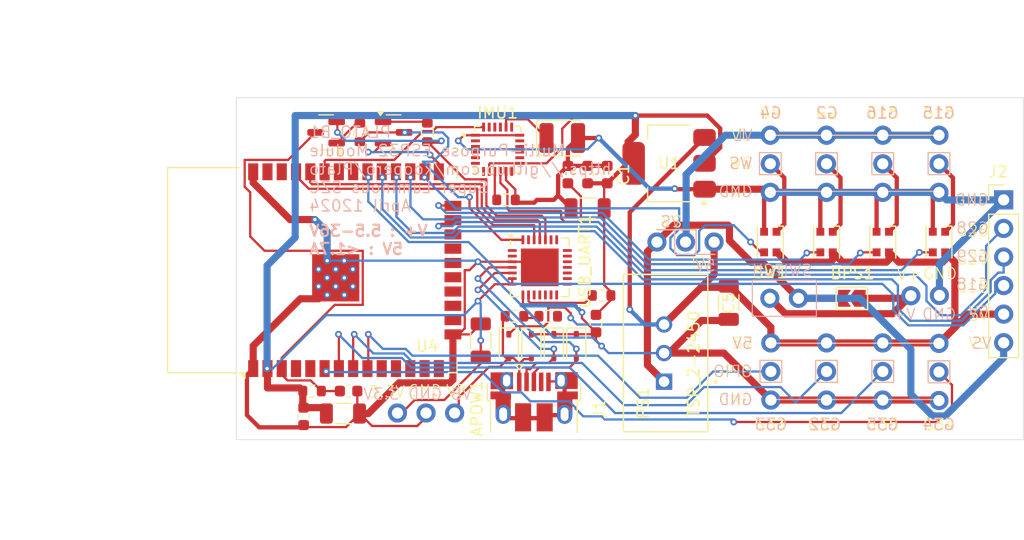
<source format=kicad_pcb>
(kicad_pcb (version 20240108) (generator "pcbnew") (generator_version "8.0")
  (layers (0 "F.Cu" signal) (31 "B.Cu" signal) (34 "B.Paste" user) (35 "F.Paste" user) (36 "B.SilkS" user "B.Silkscreen") (37 "F.SilkS" user "F.Silkscreen") (38 "B.Mask" user) (39 "F.Mask" user) (44 "Edge.Cuts" user))
  (net 0 "")
  (net 1 "VBUS")
  (net 2 "GND")
  (net 3 "+3.3V")
  (net 4 "+5V")
  (net 5 "/USBDP")
  (net 6 "/USBDN")
  (net 7 "/RXD")
  (net 8 "/TXD")
  (net 9 "/IO0")
  (net 14 "/EN")
  (net 26 "+BATT")
  (net 27 "/DTR")
  (net 28 "/RTS")
  (net 29 "/ILED0")
  (net 30 "/OLED0")
  (net 31 "/ILED2")
  (net 32 "/OLED2")
  (net 33 "/OLED1")
  (net 34 "/ILED1")
  (net 35 "/OLED3")
  (net 36 "/ILED3")
  (net 37 "Net-(IMU1-CPOUT)")
  (net 38 "Net-(IMU1-REGOUT)")
  (net 45 "Net-(IMU1-AD0)")
  (net 46 "Net-(Q1-Pad1)")
  (net 47 "Net-(Q2-Pad1)")
  (net 48 "/ISDA")
  (net 49 "/ISCL")
  (net 50 "/GP0")
  (net 51 "/GP1")
  (net 52 "/GP2")
  (net 53 "/GP3")
  (net 54 "/ASCL")
  (net 55 "/ASDA")
  (net 56 "/AOE")
  (net 57 "VS")
  (net 58 "Net-(USB_UART1-VBUS)")
  (net 59 "Net-(USB_UART1-~{RST})")
  (net 77 "/VLED")
  (footprint "Plato_B1:Centred_Pin1x3_2.54mm" (layer "F.Cu") (at 154.475 73.9125)
    (property "Reference" "G4")
    (property "Value" "Conn_01x03")
  )
  (footprint "Package_TO_SOT_SMD:SOT-23" (layer "F.Cu") (at 114.975 73.6625 180)
    (property "Reference" "Q1" (hide yes))
    (property "Value" "SS8050-G" (hide yes))
  )
  (footprint "Diode_SMD:D_SOD-323" (layer "F.Cu") (at 131.225 92.6625 -90)
    (property "Reference" "D4" (hide yes))
    (property "Value" "BAT760-7")
  )
  (footprint "LED_SMD:LED_1210_3225Metric" (layer "F.Cu") (at 135.975 74.1625)
    (property "Reference" "C3" (hide yes))
    (property "Value" "2200pF" (hide yes))
  )
  (footprint "Capacitor_SMD:C_1206_3216Metric" (layer "F.Cu") (at 128.725 92.1625 -90)
    (property "Reference" "C7" (hide yes))
    (property "Value" "4.7uF/6.3V(10%)")
  )
  (footprint "LED_SMD:LED_WS2812B-2020_PLCC4_2.0x2.0mm" (layer "F.Cu") (at 169.475 83.4125 -90)
    (property "Reference" "BLED3" (hide yes))
    (property "Value" "WS2812B-2020" (hide yes))
  )
  (footprint "Diode_SMD:D_SOD-323" (layer "F.Cu") (at 133.225 92.6625 -90)
    (property "Reference" "D2" (hide yes))
    (property "Value" "ESD9B5.0ST5G")
  )
  (footprint "Connector_PinHeader_2.54mm:PinHeader_1x06_P2.54mm_Vertical" (layer "F.Cu") (at 175.225 79.6625)
    (property "Reference" "J2")
    (property "Value" "Conn_01x06_Pin" (hide yes))
  )
  (footprint "MountingHole:MountingHole_2.2mm_M2" (layer "F.Cu") (at 109.475 98.1625)
    (property "Reference" "H2" (hide yes))
    (property "Value" "MountingHole")
  )
  (footprint "Resistor_SMD:R_0603_1608Metric" (layer "F.Cu") (at 134.725 90.0125)
    (property "Reference" "R4" (hide yes))
    (property "Value" "47.5K(5%)")
  )
  (footprint "LED_SMD:LED_WS2812B-2020_PLCC4_2.0x2.0mm" (layer "F.Cu") (at 154.475 83.4125 -90)
    (property "Reference" "BLED0" (hide yes))
    (property "Value" "WS2812B-2020" (hide yes))
  )
  (footprint "Plato_B1:Centred_Pin1x3_2.54mm" (layer "F.Cu") (at 154.525 92.3825)
    (property "Reference" "G33")
    (property "Value" "Conn_01x03")
  )
  (footprint "Resistor_SMD:R_0603_1608Metric" (layer "F.Cu") (at 117.975 73.6625 90)
    (property "Reference" "R5" (hide yes))
    (property "Value" "10K(5%)")
  )
  (footprint "Capacitor_SMD:C_1206_3216Metric" (layer "F.Cu") (at 138.225 80.4125 180)
    (property "Reference" "C4" (hide yes))
    (property "Value" "22uF/10V(20%)" (hide yes))
  )
  (footprint "LED_SMD:LED_WS2812B-2020_PLCC4_2.0x2.0mm" (layer "F.Cu") (at 159.475 83.4125 -90)
    (property "Reference" "BLED1" (hide yes))
    (property "Value" "WS2812B-2020" (hide yes))
  )
  (footprint "Connector_PinHeader_2.54mm:PinHeader_1x03_P2.54mm_Vertical" (layer "F.Cu") (at 126.4 98.6125 -90)
    (property "Reference" "APOW1")
    (property "Value" "Conn_01x03")
  )
  (footprint "LED_SMD:LED_WS2812B-2020_PLCC4_2.0x2.0mm" (layer "F.Cu") (at 164.475 83.4125 -90)
    (property "Reference" "BLED2" (hide yes))
    (property "Value" "WS2812B-2020" (hide yes))
  )
  (footprint "Resistor_SMD:R_0603_1608Metric" (layer "F.Cu") (at 139.475 88.1625 180)
    (property "Reference" "R7" (hide yes))
    (property "Value" "2K(5%)")
  )
  (footprint "Connector_PinHeader_2.54mm:PinHeader_1x03_P2.54mm_Vertical" (layer "F.Cu") (at 149.475 83.4125 -90)
    (property "Reference" "VLS1" (hide yes))
    (property "Value" "Conn_01x03")
  )
  (footprint "RF_Module:ESP32-WROOM-32" (layer "F.Cu") (at 116.74 85.9125 90)
    (property "Reference" "U4")
    (property "Value" "ESP32-WROOM-32" (hide yes))
  )
  (footprint "Resistor_SMD:R_0603_1608Metric" (layer "F.Cu") (at 130.975 79.6625)
    (property "Reference" "R1" (hide yes))
    (property "Value" "4.7k")
  )
  (footprint "Resistor_SMD:R_0603_1608Metric" (layer "F.Cu") (at 113.725 96.6625)
    (property "Reference" "R8" (hide yes))
    (property "Value" "10K(5%)")
  )
  (footprint "Connector_PinHeader_2.54mm:PinHeader_1x02_P2.54mm_Vertical" (layer "F.Cu") (at 156.975 88.4125 -90)
    (property "Reference" "SW1")
    (property "Value" "Conn_01x02_Socket" (hide yes))
  )
  (footprint "MountingHole:MountingHole_2.2mm_M2" (layer "F.Cu") (at 109.5 73.6625)
    (property "Reference" "H1" (hide yes))
    (property "Value" "MountingHole")
  )
  (footprint "Plato_B1:Centred_Pin1x3_2.54mm" (layer "F.Cu") (at 159.475 73.9125)
    (property "Reference" "G2")
    (property "Value" "Conn_01x03")
  )
  (footprint "Plato_B1:Centred_Pin1x3_2.54mm" (layer "F.Cu") (at 169.475 73.9125)
    (property "Reference" "G15")
    (property "Value" "Conn_01x03")
  )
  (footprint "Capacitor_SMD:C_0603_1608Metric" (layer "F.Cu") (at 112.975 98.9125 90)
    (property "Reference" "C11" (hide yes))
    (property "Value" "0.1uF/50V(10%)")
  )
  (footprint "Diode_SMD:D_SOD-323" (layer "F.Cu") (at 137.225 92.6625 -90)
    (property "Reference" "D3" (hide yes))
    (property "Value" "ESD9B5.0ST5G")
  )
  (footprint "MountingHole:MountingHole_2.2mm_M2" (layer "F.Cu") (at 174.475 73.6625)
    (property "Reference" "H4" (hide yes))
    (property "Value" "MountingHole" (hide yes))
  )
  (footprint "Capacitor_SMD:C_0603_1608Metric" (layer "F.Cu") (at 136.475 77.4125 90)
    (property "Reference" "C6" (hide yes))
    (property "Value" "0.1uF")
  )
  (footprint "Package_TO_SOT_SMD:SOT-23" (layer "F.Cu") (at 120.975 73.6625)
    (property "Reference" "Q2" (hide yes))
    (property "Value" "SS8050-G" (hide yes))
  )
  (footprint "Diode_SMD:D_SOD-323" (layer "F.Cu") (at 135.225 92.6625 -90)
    (property "Reference" "D5" (hide yes))
    (property "Value" "ESD9B5.0ST5G")
  )
  (footprint "Resistor_SMD:R_0603_1608Metric" (layer "F.Cu") (at 123.975 73.6625 90)
    (property "Reference" "R6" (hide yes))
    (property "Value" "10K(5%)")
  )
  (footprint "Package_DFN_QFN:QFN-28-1EP_5x5mm_P0.5mm_EP3.35x3.35mm" (layer "F.Cu") (at 133.975 85.6625)
    (property "Reference" "USB_UART1")
    (property "Value" "CP2102N-Axx-xQFN28" (hide yes))
  )
  (footprint "Resistor_SMD:R_0603_1608Metric" (layer "F.Cu") (at 131.725 90.0125)
    (property "Reference" "R3" (hide yes))
    (property "Value" "22.1K(5%)")
  )
  (footprint "TSR_2-2450:CONV_TSR_2-2450" (layer "F.Cu") (at 145.165 93.285 90)
    (property "Reference" "PS1")
    (property "Value" "TSR_2-2450")
  )
  (footprint "Capacitor_SMD:C_0603_1608Metric" (layer "F.Cu") (at 138.975 90.6625 90)
    (property "Reference" "C8" (hide yes))
    (property "Value" "0.1uF/50V(10%)" (hide yes))
  )
  (footprint "Plato_B1:Centred_Pin1x3_2.54mm" (layer "F.Cu") (at 164.475 73.9125)
    (property "Reference" "G16")
    (property "Value" "Conn_01x03")
  )
  (footprint "Plato_B1:Centred_Pin1x3_2.54mm" (layer "F.Cu") (at 164.475 92.3825)
    (property "Reference" "G35")
    (property "Value" "Conn_01x03")
  )
  (footprint "Capacitor_SMD:C_0603_1608Metric" (layer "F.Cu") (at 138.225 77.4125 -90)
    (property "Reference" "C2" (hide yes))
    (property "Value" "0.01uf")
  )
  (footprint "Capacitor_SMD:C_1206_3216Metric" (layer "F.Cu") (at 116.475 98.6625 180)
    (property "Reference" "C10" (hide yes))
    (property "Value" "22uF/10V(20%)")
  )
  (footprint "Capacitor_SMD:C_0603_1608Metric" (layer "F.Cu") (at 116.975 96.6625)
    (property "Reference" "C9" (hide yes))
    (property "Value" "0.1uF/50V(10%)")
  )
  (footprint "MPU-6050:QFN50P400X400X95-24N" (layer "F.Cu") (at 130.225 75.1625)
    (property "Reference" "IMU1")
    (property "Value" "MPU-6050")
  )
  (footprint "Connector_PinHeader_2.54mm:PinHeader_1x02_P2.54mm_Vertical" (layer "F.Cu") (at 166.975 88.1625 90)
    (property "Reference" "2SV1" (hide yes))
    (property "Value" "Battery 2S" (hide yes))
  )
  (footprint "Capacitor_SMD:C_0603_1608Metric" (layer "F.Cu") (at 139.975 77.4125 -90)
    (property "Reference" "C1")
    (property "Value" "0.1uF")
  )
  (footprint "Plato_B1:Centred_Pin1x3_2.54mm" (layer "F.Cu") (at 169.475 92.4225)
    (property "Reference" "G34")
    (property "Value" "Conn_01x03")
  )
  (footprint "Capacitor_SMD:C_1206_3216Metric" (layer "F.Cu") (at 150.775 88.8125 -90)
    (property "Reference" "C5")
    (property "Value" "22uF/10V(20%)")
  )
  (footprint "MountingHole:MountingHole_2.2mm_M2" (layer "F.Cu") (at 174.475 98.0425)
    (property "Reference" "H3" (hide yes))
    (property "Value" "MountingHole" (hide yes))
  )
  (footprint "Jumper:SolderJumper-2_P1.3mm_Open_TrianglePad1.0x1.5mm" (layer "F.Cu") (at 161.725 88.4125 180)
    (property "Reference" "BPS1")
    (property "Value" "Bypass Switch" (hide yes))
  )
  (footprint "Plato_B1:Centred_Pin1x3_2.54mm" (layer "F.Cu") (at 159.475 92.3825)
    (property "Reference" "G32")
    (property "Value" "Conn_01x03")
  )
  (footprint "Connector_USB:USB_Micro-B_Amphenol_10103594-0001LF_Horizontal" (layer "F.Cu") (at 133.475 97.6125)
    (property "Reference" "J1")
    (property "Value" "USB_B_Micro")
  )
  (footprint "Package_TO_SOT_SMD:SOT-223-3_TabPin2" (layer "F.Cu") (at 145.475 76.4125 180)
    (property "Reference" "U1")
    (property "Value" "AMS1117-3.3")
  )
  (gr_line (start 154.475 97.4125) (end 169.475 97.4125) (stroke (width 0.1)) (layer "B.SilkS"))
  (gr_line (start 154.475 92.4125) (end 169.475 92.4125) (stroke (width 0.1)) (layer "B.SilkS"))
  (gr_line (start 154.475 73.9125) (end 169.475 73.9125) (stroke (width 0.1)) (layer "B.SilkS"))
  (gr_line (start 154.475 78.9125) (end 169.475 78.9125) (stroke (width 0.1)) (layer "B.SilkS"))
  (gr_rect (start 145.975 82.3125) (end 147.875 84.5125) (stroke (width 0.1)) (fill none) (layer "B.SilkS"))
  (gr_line (start 146.975 84.5125) (end 149.575 84.5125) (stroke (width 0.1)) (layer "B.SilkS"))
  (gr_line (start 144.375 82.3125) (end 146.975 82.3125) (stroke (width 0.1)) (layer "B.SilkS"))
  (gr_rect (start 152.875 86.8125) (end 158.575 90.0125) (stroke (width 0.1)) (fill none) (layer "B.SilkS"))
  (gr_line (start 154.475 78.9125) (end 169.475 78.9125) (stroke (width 0.1)) (layer "F.SilkS"))
  (gr_line (start 154.475 92.4125) (end 169.475 92.4125) (stroke (width 0.1)) (layer "F.SilkS"))
  (gr_line (start 146.875 84.5125) (end 149.475 84.5125) (stroke (width 0.1)) (layer "F.SilkS"))
  (gr_rect (start 145.975 82.3125) (end 147.875 84.5125) (stroke (width 0.1)) (fill none) (layer "F.SilkS"))
  (gr_line (start 169.475 97.4125) (end 154.475 97.4125) (stroke (width 0.1)) (layer "F.SilkS"))
  (gr_line (start 154.475 73.9125) (end 169.475 73.9125) (stroke (width 0.1)) (layer "F.SilkS"))
  (gr_line (start 144.375 82.3125) (end 146.975 82.3125) (stroke (width 0.1)) (layer "F.SilkS"))
  (gr_rect (start 106.975 70.58) (end 176.975 100.98) (stroke (width 0.05)) (fill none) (layer "Edge.Cuts"))
  (gr_text "G16" (at 165.975 72.5125 0) (layer "B.SilkS") (effects (font (size 1 1) (thickness 0.125)) (justify left bottom mirror)))
  (gr_text "3.3V" (at 121.575 97.5125 0) (layer "B.SilkS") (effects (font (size 1 1) (thickness 0.1)) (justify left bottom mirror)))
  (gr_text "GND" (at 152.975 78.9125 0) (layer "B.SilkS") (effects (font (size 1 1) (thickness 0.1)) (justify left mirror)))
  (gr_text "SWITCH" (at 158.275 86.5125 0) (layer "B.SilkS") (effects (font (size 1 1) (thickness 0.1)) (justify left bottom mirror)))
  (gr_text "VL" (at 152.975 73.9125 0) (layer "B.SilkS") (effects (font (size 1 1) (thickness 0.1)) (justify left mirror)))
  (gr_text "G18" (at 173.975 87.1625 0) (layer "B.SilkS") (effects (font (size 1 1) (thickness 0.1)) (justify left mirror)))
  (gr_text "VS" (at 146.575 81.6125 0) (layer "B.SilkS") (effects (font (size 1 1) (thickness 0.1)) (justify left mirror)))
  (gr_text "WS" (at 152.975 76.4125 0) (layer "B.SilkS") (effects (font (size 1 1) (thickness 0.1)) (justify left mirror)))
  (gr_text "G32" (at 160.875 100.2125 0) (layer "B.SilkS") (effects (font (size 1 1) (thickness 0.125)) (justify left bottom mirror)))
  (gr_text "G33" (at 156.075 100.2125 0) (layer "B.SilkS") (effects (font (size 1 1) (thickness 0.125)) (justify left bottom mirror)))
  (gr_text "GND" (at 152.975 97.4125 0) (layer "B.SilkS") (effects (font (size 1 1) (thickness 0.1)) (justify left mirror)))
  (gr_text "PLATO_B1\nMulti-Purpose ESP32 Module\nhttps://github.com/koopero/Plato\nSuper Luminous SZC\nApril 12024\n\n" (at 113.375 82.4125 0) (layer "B.SilkS") (effects (font (size 1.016 1.016) (thickness 0.127)) (justify right bottom mirror)))
  (gr_text "5V" (at 149.675 85.5125 0) (layer "B.SilkS") (effects (font (size 1 1) (thickness 0.1)) (justify left mirror)))
  (gr_text "G2" (at 160.575 72.5125 0) (layer "B.SilkS") (effects (font (size 1 1) (thickness 0.125)) (justify left bottom mirror)))
  (gr_text "G15\n" (at 170.975 72.5125 0) (layer "B.SilkS") (effects (font (size 1 1) (thickness 0.125)) (justify left bottom mirror)))
  (gr_text "5V" (at 152.975 92.4125 0) (layer "B.SilkS") (effects (font (size 1 1) (thickness 0.1)) (justify left mirror)))
  (gr_text "GPIO\n" (at 152.975 94.9125 0) (layer "B.SilkS") (effects (font (size 1 1) (thickness 0.1)) (justify left mirror)))
  (gr_text "G28" (at 173.975 82.1625 0) (layer "B.SilkS") (effects (font (size 1 1) (thickness 0.1)) (justify left mirror)))
  (gr_text "GND\n" (at 171.075 90.4125 0) (layer "B.SilkS") (effects (font (size 1 1) (thickness 0.1)) (justify left bottom mirror)))
  (gr_text "GND" (at 125.375 97.5125 0) (layer "B.SilkS") (effects (font (size 1 1) (thickness 0.1)) (justify left bottom mirror)))
  (gr_text "V+ : 5.5-36V\n5V : <1.7A" (at 113.375 84.6125 0) (layer "B.SilkS") (effects (font (size 1 1) (thickness 0.2) (bold yes)) (justify right bottom mirror)))
  (gr_text "G34" (at 170.975 100.2125 0) (layer "B.SilkS") (effects (font (size 1 1) (thickness 0.125)) (justify left bottom mirror)))
  (gr_text "GND" (at 173.975 79.6625 0) (layer "B.SilkS") (effects (font (size 1 1) (thickness 0.1)) (justify left mirror)))
  (gr_text "5V" (at 173.975 89.6625 0) (layer "B.SilkS") (effects (font (size 1 1) (thickness 0.1)) (justify left mirror)))
  (gr_text "VS" (at 174.225 92.4125 0) (layer "B.SilkS") (effects (font (size 1 1) (thickness 0.1)) (justify left mirror)))
  (gr_text "V+" (at 167.475 90.4125 0) (layer "B.SilkS") (effects (font (size 1 1) (thickness 0.1)) (justify left bottom mirror)))
  (gr_text "G29" (at 173.975 84.6625 0) (layer "B.SilkS") (effects (font (size 1 1) (thickness 0.1)) (justify left mirror)))
  (gr_text "VB" (at 127.975 97.5125 0) (layer "B.SilkS") (effects (font (size 1 1) (thickness 0.1)) (justify left bottom mirror)))
  (gr_text "G35" (at 165.975 100.2125 0) (layer "B.SilkS") (effects (font (size 1 1) (thickness 0.125)) (justify left bottom mirror)))
  (gr_text "G4\n" (at 155.575 72.5125 0) (layer "B.SilkS") (effects (font (size 1 1) (thickness 0.125)) (justify left bottom mirror)))
  (gr_text "GND" (at 152.975 97.4125 0) (layer "F.SilkS") (effects (font (size 1 1) (thickness 0.1)) (justify right)))
  (gr_text "G28" (at 173.975 82.4125 0) (layer "F.SilkS") (effects (font (size 1 1) (thickness 0.1)) (justify right)))
  (gr_text "5V" (at 173.975 89.9125 0) (layer "F.SilkS") (effects (font (size 1 1) (thickness 0.1)) (justify right)))
  (gr_text "GND\n" (at 173.975 79.6625 0) (layer "F.SilkS") (effects (font (size 1 1) (thickness 0.1)) (justify right)))
  (gr_text "GND" (at 152.975 78.9125 0) (layer "F.SilkS") (effects (font (size 1 1) (thickness 0.1)) (justify right)))
  (gr_text "GND" (at 122.175 97.2125 0) (layer "F.SilkS") (effects (font (size 1 1) (thickness 0.1)) (justify left bottom)))
  (gr_text "G18\n" (at 173.975 87.4125 0) (layer "F.SilkS") (effects (font (size 1 1) (thickness 0.1)) (justify right)))
  (gr_text "V+" (at 165.675 86.9125 0) (layer "F.SilkS") (effects (font (size 1 1) (thickness 0.1)) (justify left bottom)))
  (gr_text "VS" (at 173.975 92.4125 0) (layer "F.SilkS") (effects (font (size 1 1) (thickness 0.1)) (justify right)))
  (gr_text "GPIO" (at 152.975 94.9125 0) (layer "F.SilkS") (effects (font (size 1 1) (thickness 0.1)) (justify right)))
  (gr_text "VS" (at 144.775 81.6125 0) (layer "F.SilkS") (effects (font (size 1 1) (thickness 0.1)) (justify left)))
  (gr_text "VB" (at 125.575 97.2125 0) (layer "F.SilkS") (effects (font (size 1 1) (thickness 0.1)) (justify left bottom)))
  (gr_text "WS" (at 152.975 76.4125 0) (layer "F.SilkS") (effects (font (size 1 1) (thickness 0.1)) (justify right)))
  (gr_text "G29" (at 173.975 84.9125 0) (layer "F.SilkS") (effects (font (size 1 1) (thickness 0.1)) (justify right)))
  (gr_text "5V" (at 152.975 92.4125 0) (layer "F.SilkS") (effects (font (size 1 1) (thickness 0.1)) (justify right)))
  (gr_text "5V" (at 147.375 85.3125 0) (layer "F.SilkS") (effects (font (size 1 1) (thickness 0.1)) (justify left)))
  (gr_text "3.3V" (at 118.675 97.3125 0) (layer "F.SilkS") (effects (font (size 1 1) (thickness 0.1)) (justify left bottom)))
  (gr_text "GND\n" (at 167.975 86.8125 0) (layer "F.SilkS") (effects (font (size 1 1) (thickness 0.1)) (justify left bottom)))
  (gr_text "VL" (at 152.725 73.9125 0) (layer "F.SilkS") (effects (font (size 1 1) (thickness 0.1)) (justify right)))
  (segment (start 131.225 93.7125) (end 131.625 93.7125) (width 0.2032) (layer "F.Cu") (net 1))
  (segment (start 131.625 93.7125) (end 132.15 94.2375) (width 0.2032) (layer "F.Cu") (net 1))
  (segment (start 130.6952 90.3673) (end 130.9 90.1625) (width 0.2032) (layer "F.Cu") (net 1))
  (segment (start 129.4754 94.5125) (end 130.425 94.5125) (width 0.2032) (layer "F.Cu") (net 1))
  (segment (start 126.775 97.2129) (end 129.4754 94.5125) (width 0.2032) (layer "F.Cu") (net 1))
  (segment (start 132.15 94.8968) (end 132.15 94.2375) (width 0.2032) (layer "F.Cu") (net 1))
  (segment (start 130.6952 93.4327) (end 130.975 93.7125) (width 0.2032) (layer "F.Cu") (net 1))
  (segment (start 130.425 94.5125) (end 131.225 93.7125) (width 0.2032) (layer "F.Cu") (net 1))
  (segment (start 130.975 93.7125) (end 131.225 93.7125) (width 0.2032) (layer "F.Cu") (net 1))
  (segment (start 130.6952 93.4327) (end 130.6952 90.3673) (width 0.2032) (layer "F.Cu") (net 1))
  (segment (start 132.5657 93.8218) (end 133.225 93.8218) (width 0.2032) (layer "F.Cu") (net 1))
  (segment (start 132.15 94.2375) (end 132.5657 93.8218) (width 0.2032) (layer "F.Cu") (net 1))
  (segment (start 126.775 98.6125) (end 126.775 97.2129) (width 0.2032) (layer "F.Cu") (net 1))
  (segment (start 132.15 95.925) (end 132.15 94.8968) (width 0.2032) (layer "F.Cu") (net 1))
  (segment (start 117.75 98.4625) (end 117.95 98.6625) (width 0.2032) (layer "F.Cu") (net 2))
  (segment (start 169.475 78.9925) (end 168.925 79.5425) (width 0.381) (layer "F.Cu") (net 2))
  (segment (start 130.99 99.075) (end 130.72 98.805) (width 0.381) (layer "F.Cu") (net 2))
  (segment (start 127.3048 85.9125) (end 127.3048 91.0827) (width 0.2032) (layer "F.Cu") (net 2))
  (segment (start 136.475 75.0625) (end 137.375 74.1625) (width 0.381) (layer "F.Cu") (net 2))
  (segment (start 153.925 79.5425) (end 153.925 82.4975) (width 0.381) (layer "F.Cu") (net 2))
  (segment (start 138.225 76.6375) (end 139.975 76.6375) (width 0.381) (layer "F.Cu") (net 2))
  (segment (start 136.18 98.805) (end 134.68 98.805) (width 0.381) (layer "F.Cu") (net 2))
  (segment (start 116.7452 99.8673) (end 117.95 98.6625) (width 0.2032) (layer "F.Cu") (net 2))
  (segment (start 133.475 85.4125) (end 133.975 85.9125) (width 0.2032) (layer "F.Cu") (net 2))
  (segment (start 138.975 91.4375) (end 137.725 90.1875) (width 0.2032) (layer "F.Cu") (net 2))
  (segment (start 118.725 98.6625) (end 121.4543 95.9332) (width 0.635) (layer "F.Cu") (net 2))
  (segment (start 133.475 79.9125) (end 131.8 79.9125) (width 0.381) (layer "F.Cu") (net 2))
  (segment (start 130.72 98.805) (end 130.72 95.945) (width 0.381) (layer "F.Cu") (net 2))
  (segment (start 113.1548 99.8673) (end 116.7452 99.8673) (width 0.2032) (layer "F.Cu") (net 2))
  (segment (start 126.25 95.6539) (end 126.25 91.6225) (width 0.635) (layer "F.Cu") (net 2))
  (segment (start 119.0548 99.7673) (end 123.0802 99.7673) (width 0.2032) (layer "F.Cu") (net 2))
  (segment (start 132.195 73.9125) (end 128.255 73.9125) (width 0.2032) (layer "F.Cu") (net 2))
  (segment (start 126.765 91.6225) (end 126.25 91.6225) (width 0.2032) (layer "F.Cu") (net 2))
  (segment (start 137.225 91.6125) (end 135.225 91.6125) (width 0.2032) (layer "F.Cu") (net 2))
  (segment (start 164.475 78.9925) (end 163.925 79.5425) (width 0.381) (layer "F.Cu") (net 2))
  (segment (start 138.225 76.6375) (end 136.475 76.6375) (width 0.381) (layer "F.Cu") (net 2))
  (segment (start 130.72 95.945) (end 130.6 95.825) (width 0.381) (layer "F.Cu") (net 2))
  (segment (start 137.725 90.1875) (end 137.725 89.6625) (width 0.2032) (layer "F.Cu") (net 2))
  (segment (start 109.023404 99.8895) (end 112.548 99.8895) (width 0.381) (layer "F.Cu") (net 2))
  (segment (start 135.6063 79.2688) (end 136.75 80.4125) (width 0.381) (layer "F.Cu") (net 2))
  (segment (start 135.2126 79.6625) (end 133.725 79.6625) (width 0.381) (layer "F.Cu") (net 2))
  (segment (start 154.475 78.9925) (end 153.925 79.5425) (width 0.381) (layer "F.Cu") (net 2))
  (segment (start 135.225 91.6125) (end 133.225 91.6125) (width 0.2032) (layer "F.Cu") (net 2))
  (segment (start 138.8 91.6125) (end 138.975 91.4375) (width 0.2032) (layer "F.Cu") (net 2))
  (segment (start 137.225 91.6125) (end 138.8 91.6125) (width 0.2032) (layer "F.Cu") (net 2))
  (segment (start 136.18 98.805) (end 136.18 95.975) (width 0.381) (layer "F.Cu") (net 2))
  (segment (start 163.925 79.5425) (end 163.925 82.4975) (width 0.381) (layer "F.Cu") (net 2))
  (segment (start 138.975 91.4375) (end 138.975 92.1625) (width 0.2032) (layer "F.Cu") (net 2))
  (segment (start 117.75 96.6625) (end 117.75 98.4625) (width 0.2032) (layer "F.Cu") (net 2))
  (segment (start 111.7686 81.4125) (end 108.49 78.1339) (width 0.635) (layer "F.Cu") (net 2))
  (segment (start 134.87 95.805) (end 134.75 95.925) (width 0.2032) (layer "F.Cu") (net 2))
  (segment (start 135.6063 79.2688) (end 135.2126 79.6625) (width 0.381) (layer "F.Cu") (net 2))
  (segment (start 159.475 78.9925) (end 158.925 79.5425) (width 0.381) (layer "F.Cu") (net 2))
  (segment (start 131.8 79.6625) (end 131.8 78.7375) (width 0.2032) (layer "F.Cu") (net 2))
  (segment (start 135.6063 77.5062) (end 135.6063 79.2688) (width 0.381) (layer "F.Cu") (net 2))
  (segment (start 154.195 78.7125) (end 154.475 78.9925) (width 0.635) (layer "F.Cu") (net 2))
  (segment (start 133.975 87.1625) (end 133.725 87.1625) (width 0.2032) (layer "F.Cu") (net 2))
  (segment (start 112.975 99.6875) (end 113.1548 99.8673) (width 0.2032) (layer "F.Cu") (net 2))
  (segment (start 148.625 78.7125) (end 146.025 78.7125) (width 0.381) (layer "F.Cu") (net 2))
  (segment (start 107.9345 95.218) (end 107.9345 98.800596) (width 0.381) (layer "F.Cu") (net 2))
  (segment (start 159.475 97.4625) (end 164.475 97.4625) (width 0.635) (layer "F.Cu") (net 2))
  (segment (start 132.49 99.075) (end 130.99 99.075) (width 0.381) (layer "F.Cu") (net 2))
  (segment (start 113.975 81.4125) (end 111.7686 81.4125) (width 0.635) (layer "F.Cu") (net 2))
  (segment (start 145.475 93.285) (end 146.53625 92.22375) (width 0.635) (layer "F.Cu") (net 2))
  (segment (start 135.87 95.805) (end 134.87 95.805) (width 0.2032) (layer "F.Cu") (net 2))
  (segment (start 164.475 97.4625) (end 169.435 97.4625) (width 0.635) (layer "F.Cu") (net 2))
  (segment (start 131.8 78.7375) (end 130.975 77.9125) (width 0.2032) (layer "F.Cu") (net 2))
  (segment (start 108.49 78.1339) (end 108.49 77.1625) (width 0.635) (layer "F.Cu") (net 2))
  (segment (start 148.625 78.7125) (end 154.195 78.7125) (width 0.635) (layer "F.Cu") (net 2))
  (segment (start 133.475 85.1625) (end 133.975 85.6625) (width 0.2032) (layer "F.Cu") (net 2))
  (segment (start 146.53625 92.22375) (end 148.3725 90.3875) (width 0.635) (layer "F.Cu") (net 2))
  (segment (start 121.4543 95.9332) (end 125.9707 95.9332) (width 0.635) (layer "F.Cu") (net 2))
  (segment (start 117.95 98.6625) (end 119.0548 99.7673) (width 0.2032) (layer "F.Cu") (net 2))
  (segment (start 136.475 76.6375) (end 135.6063 77.5062) (width 0.381) (layer "F.Cu") (net 2))
  (segment (start 133.475 84.7125) (end 133.475 84.1625) (width 0.2032) (layer "F.Cu") (net 2))
  (segment (start 117.95 98.6625) (end 118.725 98.6625) (width 0.635) (layer "F.Cu") (net 2))
  (segment (start 127.3048 91.0827) (end 126.765 91.6225) (width 0.2032) (layer "F.Cu") (net 2))
  (segment (start 125.9707 95.9332) (end 126.25 95.6539) (width 0.635) (layer "F.Cu") (net 2))
  (segment (start 123.0802 99.7673) (end 124.235 98.6125) (width 0.2032) (layer "F.Cu") (net 2))
  (segment (start 107.9345 98.800596) (end 109.023404 99.8895) (width 0.381) (layer "F.Cu") (net 2))
  (segment (start 132.475 84.150928) (end 132.475 84.7125) (width 0.2032) (layer "F.Cu") (net 2))
  (segment (start 134.68 98.805) (end 134.41 99.075) (width 0.381) (layer "F.Cu") (net 2))
  (segment (start 127.79 91.6225) (end 126.25 91.6225) (width 0.2032) (layer "F.Cu") (net 2))
  (segment (start 127.725 85.9125) (end 128.475 85.1625) (width 0.2032) (layer "F.Cu") (net 2))
  (segment (start 133.725 79.6625) (end 133.475 79.9125) (width 0.381) (layer "F.Cu") (net 2))
  (segment (start 148.3725 90.3875) (end 150.975 90.3875) (width 0.635) (layer "F.Cu") (net 2))
  (segment (start 168.925 79.5425) (end 168.925 82.4975) (width 0.381) (layer "F.Cu") (net 2))
  (segment (start 150.3475 93.285) (end 154.525 97.4625) (width 0.635) (layer "F.Cu") (net 2))
  (segment (start 130.975 77.9125) (end 130.975 77.1325) (width 0.2032) (layer "F.Cu") (net 2))
  (segment (start 133.725 87.1625) (end 133.225 86.6625) (width 0.2032) (layer "F.Cu") (net 2))
  (segment (start 114.305 88.455) (end 112.6825 88.455) (width 0.635) (layer "F.Cu") (net 2))
  (segment (start 112.6825 88.455) (end 108.49 92.6475) (width 0.635) (layer "F.Cu") (net 2))
  (segment (start 131.525 85.1625) (end 133.475 85.1625) (width 0.2032) (layer "F.Cu") (net 2))
  (segment (start 127.3048 85.9125) (end 127.725 85.9125) (width 0.2032) (layer "F.Cu") (net 2))
  (segment (start 158.925 79.5425) (end 158.925 82.4975) (width 0.381) (layer "F.Cu") (net 2))
  (segment (start 127.225 73.9125) (end 128.255 73.9125) (width 0.2032) (layer "F.Cu") (net 2))
  (segment (start 136.475 76.6375) (end 136.475 75.0625) (width 0.381) (layer "F.Cu") (net 2))
  (segment (start 169.435 97.4625) (end 169.475 97.5025) (width 0.635) (layer "F.Cu") (net 2))
  (segment (start 113.1298 99.6173) (end 112.975 99.4625) (width 0.2032) (layer "F.Cu") (net 2))
  (segment (start 136.18 95.975) (end 136.35 95.805) (width 0.381) (layer "F.Cu") (net 2))
  (segment (start 112.548 99.8895) (end 112.975 99.4625) (width 0.381) (layer "F.Cu") (net 2))
  (segment (start 146.025 78.7125) (end 145.975 78.6625) (width 0.381) (layer "F.Cu") (net 2))
  (segment (start 128.475 85.1625) (end 131.525 85.1625) (width 0.2032) (layer "F.Cu") (net 2))
  (segment (start 134.41 99.075) (end 132.49 99.075) (width 0.381) (layer "F.Cu") (net 2))
  (segment (start 145.025 93.285) (end 150.3475 93.285) (width 0.635) (layer "F.Cu") (net 2))
  (segment (start 154.525 97.4625) (end 159.475 97.4625) (width 0.635) (layer "F.Cu") (net 2))
  (segment (start 108.49 94.6625) (end 107.9345 95.218) (width 0.381) (layer "F.Cu") (net 2))
  (segment (start 108.49 92.6475) (end 108.49 95) (width 0.635) (layer "F.Cu") (net 2))
  (segment (start 128.725 90.6875) (end 127.79 91.6225) (width 0.2032) (layer "F.Cu") (net 2))
  (segment (start 126.725 74.4125) (end 127.225 73.9125) (width 0.2032) (layer "F.Cu") (net 2))
  (segment (start 138.975 92.1625) (end 139.475 92.6625) (width 0.2032) (layer "F.Cu") (net 2))
  (segment (start 145.025 93.285) (end 145.475 93.285) (width 0.635) (layer "F.Cu") (net 2))
  (segment (start 131.8 79.9125) (end 131.725 79.8375) (width 0.2032) (layer "F.Cu") (net 2))
  (segment (start 139.225 74.1625) (end 137.375 74.1625) (width 0.381) (layer "F.Cu") (net 2))
  (via (at 128.475 85.1625) (size 0.6) (drill 0.3) (layers "F.Cu" "B.Cu") (net 2))
  (via (at 139.475 92.6625) (size 0.6) (drill 0.3) (layers "F.Cu" "B.Cu") (net 2))
  (via (at 139.225 74.1625) (size 0.6) (drill 0.3) (layers "F.Cu" "B.Cu") (net 2))
  (via (at 145.975 78.6625) (size 0.6) (drill 0.3) (layers "F.Cu" "B.Cu") (net 2))
  (via (at 137.725 89.6625) (size 0.6) (drill 0.3) (layers "F.Cu" "B.Cu") (net 2))
  (via (at 113.975 81.4125) (size 0.6) (drill 0.3) (layers "F.Cu" "B.Cu") (net 2))
  (via (at 126.725 74.4125) (size 0.6) (drill 0.3) (layers "F.Cu" "B.Cu") (net 2))
  (segment (start 143.725 78.6625) (end 145.975 78.6625) (width 0.381) (layer "B.Cu") (net 2))
  (segment (start 170.145 79.6625) (end 169.475 78.9925) (width 0.635) (layer "B.Cu") (net 2))
  (segment (start 127.475 75.1625) (end 138.225 75.1625) (width 0.2032) (layer "B.Cu") (net 2))
  (segment (start 164.475 78.9925) (end 159.475 78.9925) (width 0.635) (layer "B.Cu") (net 2))
  (segment (start 115.0675 82.505) (end 113.975 81.4125) (width 0.635) (layer "B.Cu") (net 2))
  (segment (start 139.225 74.1625) (end 143.725 78.6625) (width 0.381) (layer "B.Cu") (net 2))
  (segment (start 138.667 91.9045) (end 135.217 91.9045) (width 0.2032) (layer "B.Cu") (net 2))
  (segment (start 140.0975 93.285) (end 145.025 93.285) (width 0.2032) (layer "B.Cu") (net 2))
  (segment (start 128.38 85.0675) (end 115.0675 85.0675) (width 0.2032) (layer "B.Cu") (net 2))
  (segment (start 137.725 89.6625) (end 137.1 89.0375) (width 0.381) (layer "B.Cu") (net 2))
  (segment (start 126.725 74.4125) (end 127.475 75.1625) (width 0.2032) (layer "B.Cu") (net 2))
  (segment (start 169.515 87.4125) (end 169.515 85.3725) (width 0.635) (layer "B.Cu") (net 2))
  (segment (start 139.425 92.6625) (end 138.667 91.9045) (width 0.2032) (layer "B.Cu") (net 2))
  (segment (start 128.475 85.1625) (end 128.38 85.0675) (width 0.2032) (layer "B.Cu") (net 2))
  (segment (start 135.217 91.9045) (end 132.35 89.0375) (width 0.2032) (layer "B.Cu") (net 2))
  (segment (start 169.515 85.3725) (end 175.225 79.6625) (width 0.635) (layer "B.Cu") (net 2))
  (segment (start 132.35 89.0375) (end 128.475 85.1625) (width 0.2032) (layer "B.Cu") (net 2))
  (segment (start 169.475 78.9925) (end 164.475 78.9925) (width 0.635) (layer "B.Cu") (net 2))
  (segment (start 175.225 79.6625) (end 170.145 79.6625) (width 0.635) (layer "B.Cu") (net 2))
  (segment (start 139.475 92.6625) (end 140.0975 93.285) (width 0.2032) (layer "B.Cu") (net 2))
  (segment (start 139.475 92.6625) (end 139.425 92.6625) (width 0.2032) (layer "B.Cu") (net 2))
  (segment (start 115.0675 85.0675) (end 115.0675 82.505) (width 0.635) (layer "B.Cu") (net 2))
  (segment (start 174.555 78.9925) (end 175.225 79.6625) (width 0.381) (layer "B.Cu") (net 2))
  (segment (start 159.475 78.9925) (end 154.475 78.9925) (width 0.635) (layer "B.Cu") (net 2))
  (segment (start 137.1 89.0375) (end 132.35 89.0375) (width 0.381) (layer "B.Cu") (net 2))
  (segment (start 138.225 75.1625) (end 139.225 74.1625) (width 0.2032) (layer "B.Cu") (net 2))
  (segment (start 142.475 72.1625) (end 142.475 73.8625) (width 0.635) (layer "F.Cu") (net 3))
  (segment (start 128.475 88.6625) (end 129.975 87.1625) (width 0.2032) (layer "F.Cu") (net 3))
  (segment (start 140.3 88.1625) (end 140.3 87.8375) (width 0.2032) (layer "F.Cu") (net 3))
  (segment (start 132.195 76.4125) (end 134.566534 76.4125) (width 0.2032) (layer "F.Cu") (net 3))
  (segment (start 141.75 76.4125) (end 139.975 78.1875) (width 0.381) (layer "F.Cu") (net 3))
  (segment (start 112.9 98.0625) (end 112.975 98.1375) (width 0.635) (layer "F.Cu") (net 3))
  (segment (start 138.975 89.8875) (end 140.3 88.5625) (width 0.2032) (layer "F.Cu") (net 3))
  (segment (start 139.7 80.4125) (end 139.7 78.4625) (width 0.2032) (layer "F.Cu") (net 3))
  (segment (start 139.975 78.1875) (end 138.225 78.1875) (width 0.381) (layer "F.Cu") (net 3))
  (segment (start 142.475 73.8625) (end 141.825 74.5125) (width 0.635) (layer "F.Cu") (net 3))
  (segment (start 135.975 73.320966) (end 137.133466 72.1625) (width 0.2032) (layer "F.Cu") (net 3))
  (segment (start 148.867 72.1625) (end 142.475 72.1625) (width 0.381) (layer "F.Cu") (net 3))
  (segment (start 150.0187 73.3142) (end 148.867 72.1625) (width 0.381) (layer "F.Cu") (net 3))
  (segment (start 139.7 87.2375) (end 139.7 80.4125) (width 0.2032) (layer "F.Cu") (net 3))
  (segment (start 112.6225 96.385) (end 112.9 96.6625) (width 0.635) (layer "F.Cu") (net 3))
  (segment (start 134.566534 76.4125) (end 135.975 75.004034) (width 0.2032) (layer "F.Cu") (net 3))
  (segment (start 128.725 93.6375) (end 128.725 92.1625) (width 0.2032) (layer "F.Cu") (net 3))
  (segment (start 129.975 87.1625) (end 131.525 87.1625) (width 0.2032) (layer "F.Cu") (net 3))
  (segment (start 131.525 86.6625) (end 131.525 87.1625) (width 0.2032) (layer "F.Cu") (net 3))
  (segment (start 122.8498 97.4577) (end 121.695 98.6125) (width 0.2032) (layer "F.Cu") (net 3))
  (segment (start 128.725 94.2125) (end 125.4798 97.4577) (width 0.2032) (layer "F.Cu") (net 3))
  (segment (start 140.3 87.8375) (end 139.7 87.2375) (width 0.2032) (layer "F.Cu") (net 3))
  (segment (start 109.76 96.385) (end 109.76 95) (width 0.635) (layer "F.Cu") (net 3))
  (segment (start 125.4798 97.4577) (end 122.8498 97.4577) (width 0.2032) (layer "F.Cu") (net 3))
  (segment (start 112.975 98.1375) (end 115.225 98.1375) (width 0.635) (layer "F.Cu") (net 3))
  (segment (start 142.325 76.4125) (end 141.75 76.4125) (width 0.381) (layer "F.Cu") (net 3))
  (segment (start 129.475 77.1325) (end 129.475 76.4979) (width 0.2032) (layer "F.Cu") (net 3))
  (segment (start 112.9 96.6625) (end 112.9 98.0625) (width 0.635) (layer "F.Cu") (net 3))
  (segment (start 109.76 96.385) (end 112.6225 96.385) (width 0.635) (layer "F.Cu") (net 3))
  (segment (start 135.975 75.004034) (end 135.975 73.320966) (width 0.2032) (layer "F.Cu") (net 3))
  (segment (start 141.825 74.5125) (end 141.825 76.4125) (width 0.635) (layer "F.Cu") (net 3))
  (segment (start 150.0187 75.0188) (end 150.0187 73.3142) (width 0.381) (layer "F.Cu") (net 3))
  (segment (start 137.133466 72.1625) (end 142.475 72.1625) (width 0.2032) (layer "F.Cu") (net 3))
  (segment (start 139.7 78.4625) (end 139.975 78.1875) (width 0.2032) (layer "F.Cu") (net 3))
  (segment (start 129.475 76.4979) (end 129.5604 76.4125) (width 0.2032) (layer "F.Cu") (net 3))
  (segment (start 128.725 93.6375) (end 128.725 94.2125) (width 0.2032) (layer "F.Cu") (net 3))
  (segment (start 129.5604 76.4125) (end 132.195 76.4125) (width 0.2032) (layer "F.Cu") (net 3))
  (segment (start 148.625 76.4125) (end 150.0187 75.0188) (width 0.381) (layer "F.Cu") (net 3))
  (segment (start 140.3 88.5625) (end 140.3 88.1625) (width 0.2032) (layer "F.Cu") (net 3))
  (via (at 128.475 88.6625) (size 0.6) (drill 0.3) (layers "F.Cu" "B.Cu") (net 3))
  (via (at 142.475 72.1625) (size 0.6) (drill 0.3) (layers "F.Cu" "B.Cu") (net 3))
  (via (at 128.725 92.1625) (size 0.6) (drill 0.3) (layers "F.Cu" "B.Cu") (net 3))
  (via (at 109.725 94.6625) (size 0.6) (drill 0.3) (layers "F.Cu" "B.Cu") (net 3))
  (segment (start 128.725 92.1625) (end 128.725 88.9125) (width 0.2032) (layer "B.Cu") (net 3))
  (segment (start 128.475 88.6625) (end 127.225 89.9125) (width 0.2032) (layer "B.Cu") (net 3))
  (segment (start 114.975 89.9125) (end 110.225 94.6625) (width 0.2032) (layer "B.Cu") (net 3))
  (segment (start 112.225 83.001854) (end 109.725 85.501854) (width 0.635) (layer "B.Cu") (net 3))
  (segment (start 142.475 72.1625) (end 112.225 72.1625) (width 0.635) (layer "B.Cu") (net 3))
  (segment (start 112.225 72.1625) (end 112.225 83.001854) (width 0.635) (layer "B.Cu") (net 3))
  (segment (start 109.725 85.501854) (end 109.725 94.6625) (width 0.635) (layer "B.Cu") (net 3))
  (segment (start 127.225 89.9125) (end 114.975 89.9125) (width 0.2032) (layer "B.Cu") (net 3))
  (segment (start 110.225 94.6625) (end 109.725 94.6625) (width 0.2032) (layer "B.Cu") (net 3))
  (segment (start 128.725 88.9125) (end 128.475 88.6625) (width 0.2032) (layer "B.Cu") (net 3))
  (segment (start 170.025 84.9689) (end 169.7957 85.1982) (width 0.635) (layer "F.Cu") (net 4))
  (segment (start 175.225 89.8225) (end 172.075 89.8225) (width 0.635) (layer "F.Cu") (net 4))
  (segment (start 164.7957 85.1982) (end 160.8957 85.1982) (width 0.635) (layer "F.Cu") (net 4))
  (segment (start 150.975 87.4375) (end 148.3325 87.4375) (width 0.635) (layer "F.Cu") (net 4))
  (segment (start 155.946094 85.1982) (end 155.075394 84.3275) (width 0.635) (layer "F.Cu") (net 4))
  (segment (start 160.8957 85.1982) (end 160.025 84.3275) (width 0.635) (layer "F.Cu") (net 4))
  (segment (start 136.725 89.750845) (end 136.204685 89.23053) (width 0.2032) (layer "F.Cu") (net 4))
  (segment (start 154.525 90.9875) (end 154.525 92.3825) (width 0.635) (layer "F.Cu") (net 4))
  (segment (start 165.025 84.9689) (end 164.7957 85.1982) (width 0.635) (layer "F.Cu") (net 4))
  (segment (start 150.975 87.4375) (end 154.525 90.9875) (width 0.635) (layer "F.Cu") (net 4))
  (segment (start 159.7957 85.1982) (end 155.946094 85.1982) (width 0.635) (layer "F.Cu") (net 4))
  (segment (start 141.975 80.7625) (end 141.975 89.4125) (width 0.381) (layer "F.Cu") (net 4))
  (segment (start 155.075394 84.3275) (end 155.025 84.3275) (width 0.635) (layer "F.Cu") (net 4))
  (segment (start 148.625 74.1125) (end 141.975 80.7625) (width 0.381) (layer "F.Cu") (net 4))
  (segment (start 131.930046 90.907454) (end 131.225 91.6125) (width 0.2032) (layer "F.Cu") (net 4))
  (segment (start 149.475 86.295) (end 145.025 90.745) (width 0.635) (layer "F.Cu") (net 4))
  (segment (start 172.075 89.8225) (end 169.475 92.4225) (width 0.635) (layer "F.Cu") (net 4))
  (segment (start 169.435 92.3825) (end 169.475 92.4225) (width 0.635) (layer "F.Cu") (net 4))
  (segment (start 149.475 83.4125) (end 149.475 86.295) (width 0.635) (layer "F.Cu") (net 4))
  (segment (start 136.725 90.1625) (end 136.725 89.750845) (width 0.2032) (layer "F.Cu") (net 4))
  (segment (start 170.025 84.3275) (end 170.025 84.9689) (width 0.635) (layer "F.Cu") (net 4))
  (segment (start 134.349484 90.907454) (end 131.930046 90.907454) (width 0.2032) (layer "F.Cu") (net 4))
  (segment (start 170.8857 85.1882) (end 170.025 84.3275) (width 0.635) (layer "F.Cu") (net 4))
  (segment (start 160.025 84.3275) (end 160.025 84.9689) (width 0.635) (layer "F.Cu") (net 4))
  (segment (start 165.025 84.3275) (end 165.025 84.9689) (width 0.635) (layer "F.Cu") (net 4))
  (segment (start 169.475 92.4225) (end 170.8857 91.0118) (width 0.635) (layer "F.Cu") (net 4))
  (segment (start 159.475 92.3825) (end 164.475 92.3825) (width 0.635) (layer "F.Cu") (net 4))
  (segment (start 148.3325 87.4375) (end 145.025 90.745) (width 0.635) (layer "F.Cu") (net 4))
  (segment (start 164.475 92.3825) (end 169.435 92.3825) (width 0.635) (layer "F.Cu") (net 4))
  (segment (start 170.8857 91.0118) (end 170.8857 85.1882) (width 0.635) (layer "F.Cu") (net 4))
  (segment (start 160.025 84.9689) (end 159.7957 85.1982) (width 0.635) (layer "F.Cu") (net 4))
  (segment (start 154.525 92.3825) (end 159.475 92.3825) (width 0.635) (layer "F.Cu") (net 4))
  (segment (start 136.204685 89.23053) (end 134.729417 89.23053) (width 0.2032) (layer "F.Cu") (net 4))
  (segment (start 134.729417 89.23053) (end 134.729417 90.527521) (width 0.2032) (layer "F.Cu") (net 4))
  (segment (start 134.729417 90.527521) (end 134.349484 90.907454) (width 0.2032) (layer "F.Cu") (net 4))
  (segment (start 165.8957 85.1982) (end 165.025 84.3275) (width 0.635) (layer "F.Cu") (net 4))
  (segment (start 144.9527 90.8173) (end 145.025 90.745) (width 0.2032) (layer "F.Cu") (net 4))
  (segment (start 169.7957 85.1982) (end 165.8957 85.1982) (width 0.635) (layer "F.Cu") (net 4))
  (via (at 136.725 90.1625) (size 0.6) (drill 0.3) (layers "F.Cu" "B.Cu") (net 4))
  (via (at 141.975 89.4125) (size 0.6) (drill 0.3) (layers "F.Cu" "B.Cu") (net 4))
  (segment (start 136.725 90.1625) (end 137.3075 90.745) (width 0.2032) (layer "B.Cu") (net 4))
  (segment (start 137.3075 90.745) (end 145.025 90.745) (width 0.2032) (layer "B.Cu") (net 4))
  (segment (start 143.3075 90.745) (end 141.975 89.4125) (width 0.381) (layer "B.Cu") (net 4))
  (segment (start 145.025 90.745) (end 143.3075 90.745) (width 0.381) (layer "B.Cu") (net 4))
  (segment (start 128.475 86.6625) (end 129.475 85.6625) (width 0.2) (layer "F.Cu") (net 5))
  (segment (start 133.45 95.0375) (end 133.45 95.925) (width 0.2) (layer "F.Cu") (net 5))
  (segment (start 129.475 85.6625) (end 131.202526 85.6625) (width 0.2) (layer "F.Cu") (net 5))
  (segment (start 137.225 92.9125) (end 137.225 93.9625) (width 0.2) (layer "F.Cu") (net 5))
  (segment (start 137.225 93.9625) (end 136.6218 94.5657) (width 0.2) (layer "F.Cu") (net 5))
  (segment (start 133.9218 94.5657) (end 133.45 95.0375) (width 0.2) (layer "F.Cu") (net 5))
  (segment (start 136.6218 94.5657) (end 133.9218 94.5657) (width 0.2) (layer "F.Cu") (net 5))
  (via (at 137.225 92.9125) (size 0.6) (drill 0.3) (layers "F.Cu" "B.Cu") (net 5))
  (via (at 128.475 86.6625) (size 0.6) (drill 0.3) (layers "F.Cu" "B.Cu") (net 5))
  (segment (start 128.475 86.6625) (end 134.1218 92.3093) (width 0.2) (layer "B.Cu") (net 5))
  (segment (start 134.1218 92.3093) (end 136.6218 92.3093) (width 0.2) (layer "B.Cu") (net 5))
  (segment (start 136.6218 92.3093) (end 137.225 92.9125) (width 0.2) (layer "B.Cu") (net 5))
  (segment (start 129.975 86.1625) (end 131.525 86.1625) (width 0.2) (layer "F.Cu") (net 6))
  (segment (start 133.116006 94.7125) (end 132.8 94.7125) (width 0.2) (layer "F.Cu") (net 6))
  (segment (start 135.225 93.7125) (end 134.775 94.1625) (width 0.2) (layer "F.Cu") (net 6))
  (segment (start 132.8 94.7125) (end 132.8 95.1625) (width 0.2) (layer "F.Cu") (net 6))
  (segment (start 128.475 87.6625) (end 129.975 86.1625) (width 0.2) (layer "F.Cu") (net 6))
  (segment (start 132.8 95.925) (end 132.8 94.9) (width 0.2) (layer "F.Cu") (net 6))
  (segment (start 134.775 94.1625) (end 133.666006 94.1625) (width 0.2) (layer "F.Cu") (net 6))
  (segment (start 133.666006 94.1625) (end 133.116006 94.7125) (width 0.2) (layer "F.Cu") (net 6))
  (segment (start 135.225 92.9125) (end 135.225 93.7125) (width 0.2) (layer "F.Cu") (net 6))
  (via (at 128.475 87.6625) (size 0.6) (drill 0.3) (layers "F.Cu" "B.Cu") (net 6))
  (via (at 135.225 92.9125) (size 0.6) (drill 0.3) (layers "F.Cu" "B.Cu") (net 6))
  (segment (start 133.975 92.9125) (end 135.225 92.9125) (width 0.2) (layer "B.Cu") (net 6))
  (segment (start 128.725 87.6625) (end 133.975 92.9125) (width 0.2) (layer "B.Cu") (net 6))
  (segment (start 128.475 87.6625) (end 128.725 87.6625) (width 0.2) (layer "B.Cu") (net 6))
  (segment (start 133.975 83.4625) (end 133.975 81.6625) (width 0.2032) (layer "F.Cu") (net 7))
  (segment (start 128.8186 80.330836) (end 128.8186 78.2673) (width 0.2032) (layer "F.Cu") (net 7))
  (segment (start 129.963064 81.4753) (end 128.8186 80.330836) (width 0.2032) (layer "F.Cu") (net 7))
  (segment (start 113.7216 78.2673) (end 113.57 78.1157) (width 0.2032) (layer "F.Cu") (net 7))
  (segment (start 133.7878 81.4753) (end 129.963064 81.4753) (width 0.2032) (layer "F.Cu") (net 7))
  (segment (start 133.975 81.6625) (end 133.7878 81.4753) (width 0.2032) (layer "F.Cu") (net 7))
  (segment (start 113.57 78.1157) (end 113.57 77.1625) (width 0.2032) (layer "F.Cu") (net 7))
  (segment (start 128.8186 78.2673) (end 113.7216 78.2673) (width 0.2032) (layer "F.Cu") (net 7))
  (segment (start 128.4122 78.6737) (end 113.4314 78.6737) (width 0.2032) (layer "F.Cu") (net 8))
  (segment (start 129.825528 81.9125) (end 128.4122 80.499172) (width 0.2032) (layer "F.Cu") (net 8))
  (segment (start 133.475 83.4625) (end 133.475 81.9125) (width 0.2032) (layer "F.Cu") (net 8))
  (segment (start 128.4122 80.499172) (end 128.4122 78.6737) (width 0.2032) (layer "F.Cu") (net 8))
  (segment (start 112.3 77.5423) (end 112.3 77.1625) (width 0.2032) (layer "F.Cu") (net 8))
  (segment (start 133.475 81.9125) (end 129.825528 81.9125) (width 0.2032) (layer "F.Cu") (net 8))
  (segment (start 113.4314 78.6737) (end 112.3 77.5423) (width 0.2032) (layer "F.Cu") (net 8))
  (segment (start 120.0375 74.6125) (end 119.2375 75.4125) (width 0.2032) (layer "F.Cu") (net 9))
  (segment (start 124.225 75.6625) (end 125 76.4375) (width 0.2032) (layer "F.Cu") (net 9))
  (segment (start 119.2375 75.4125) (end 118.725 75.4125) (width 0.2032) (layer "F.Cu") (net 9))
  (segment (start 125 76.4375) (end 125 77.1625) (width 0.2032) (layer "F.Cu") (net 9))
  (via (at 118.725 75.4125) (size 0.6) (drill 0.3) (layers "F.Cu" "B.Cu") (net 9))
  (via (at 124.225 75.6625) (size 0.6) (drill 0.3) (layers "F.Cu" "B.Cu") (net 9))
  (segment (start 123.975 75.4125) (end 124.225 75.6625) (width 0.2032) (layer "B.Cu") (net 9))
  (segment (start 118.725 75.4125) (end 123.975 75.4125) (width 0.2032) (layer "B.Cu") (net 9))
  (segment (start 118.2348 84.1877) (end 118.2348 88.9973) (width 0.2032) (layer "F.Cu") (net 14))
  (segment (start 115.742 88.9973) (end 111.03 93.7093) (width 0.2032) (layer "F.Cu") (net 14))
  (segment (start 107.7352 76.1077) (end 107.7352 78.4977) (width 0.2032) (layer "F.Cu") (net 14))
  (segment (start 111.5923 76.1077) (end 107.7352 76.1077) (width 0.2032) (layer "F.Cu") (net 14))
  (segment (start 108.225 82.9125) (end 109.5002 84.1877) (width 0.2032) (layer "F.Cu") (net 14))
  (segment (start 114.0375 73.6625) (end 111.5923 76.1077) (width 0.2032) (layer "F.Cu") (net 14))
  (segment (start 111.03 93.7093) (end 111.03 94.6625) (width 0.2032) (layer "F.Cu") (net 14))
  (segment (start 111.03 95.2021) (end 111.5452 95.7173) (width 0.2032) (layer "F.Cu") (net 14))
  (segment (start 114.55 96.6625) (end 116.2 96.6625) (width 0.2032) (layer "F.Cu") (net 14))
  (segment (start 111.5452 95.7173) (end 113.6048 95.7173) (width 0.2032) (layer "F.Cu") (net 14))
  (segment (start 113.6048 95.7173) (end 114.55 96.6625) (width 0.2032) (layer "F.Cu") (net 14))
  (segment (start 107.7352 78.4977) (end 108.225 78.9875) (width 0.2032) (layer "F.Cu") (net 14))
  (segment (start 108.225 78.9875) (end 108.225 82.9125) (width 0.2032) (layer "F.Cu") (net 14))
  (segment (start 111.03 94.6625) (end 111.03 95.2021) (width 0.2032) (layer "F.Cu") (net 14))
  (segment (start 118.2348 88.9973) (end 115.742 88.9973) (width 0.2032) (layer "F.Cu") (net 14))
  (segment (start 109.5002 84.1877) (end 118.2348 84.1877) (width 0.2032) (layer "F.Cu") (net 14))
  (segment (start 154.435 88.4125) (end 155.8057 89.7832) (width 0.635) (layer "F.Cu") (net 26))
  (segment (start 165.3543 89.7832) (end 166.975 88.1625) (width 0.635) (layer "F.Cu") (net 26))
  (segment (start 166.725 88.4125) (end 166.975 88.1625) (width 0.635) (layer "F.Cu") (net 26))
  (segment (start 155.8057 89.7832) (end 165.3543 89.7832) (width 0.635) (layer "F.Cu") (net 26))
  (segment (start 162.45 88.4125) (end 166.725 88.4125) (width 0.635) (layer "F.Cu") (net 26))
  (segment (start 121.975 73.6625) (end 118.8 73.6625) (width 0.2032) (layer "F.Cu") (net 27))
  (segment (start 130.550792 83.2125) (end 127.725 80.386708) (width 0.2032) (layer "F.Cu") (net 27))
  (segment (start 132.475 83.2125) (end 130.550792 83.2125) (width 0.2032) (layer "F.Cu") (net 27))
  (segment (start 121.9125 73.6625) (end 121.975 73.6625) (width 0.2032) (layer "F.Cu") (net 27))
  (segment (start 127.725 80.386708) (end 127.725 79.4125) (width 0.2032) (layer "F.Cu") (net 27))
  (segment (start 118.8 73.6625) (end 117.975 74.4875) (width 0.2032) (layer "F.Cu") (net 27))
  (via (at 121.975 73.6625) (size 0.6) (drill 0.3) (layers "F.Cu" "B.Cu") (net 27))
  (via (at 127.725 79.4125) (size 0.6) (drill 0.3) (layers "F.Cu" "B.Cu") (net 27))
  (segment (start 124.475517 76.2673) (end 125.8298 74.913017) (width 0.2032) (layer "B.Cu") (net 27))
  (segment (start 127.725 79.4125) (end 126.725 79.4125) (width 0.2032) (layer "B.Cu") (net 27))
  (segment (start 126.725 79.4125) (end 123.5798 76.2673) (width 0.2032) (layer "B.Cu") (net 27))
  (segment (start 125.8298 74.913017) (end 125.8298 74.161983) (width 0.2032) (layer "B.Cu") (net 27))
  (segment (start 125.8298 74.161983) (end 125.330317 73.6625) (width 0.2032) (layer "B.Cu") (net 27))
  (segment (start 123.5798 76.2673) (end 124.475517 76.2673) (width 0.2032) (layer "B.Cu") (net 27))
  (segment (start 125.330317 73.6625) (end 121.975 73.6625) (width 0.2032) (layer "B.Cu") (net 27))
  (segment (start 129.225 80.1625) (end 130.1314 81.0689) (width 0.2032) (layer "F.Cu") (net 28))
  (segment (start 127.3198 77.8323) (end 129.225 77.8323) (width 0.2032) (layer "F.Cu") (net 28))
  (segment (start 123.975 74.4875) (end 124.0625 74.575) (width 0.2032) (layer "F.Cu") (net 28))
  (segment (start 125.0625 74.575) (end 125.225 74.4125) (width 0.2032) (layer "F.Cu") (net 28))
  (segment (start 123.975 74.4875) (end 127.3198 77.8323) (width 0.2032) (layer "F.Cu") (net 28))
  (segment (start 115.975 73.6625) (end 115.975 72.775) (width 0.2032) (layer "F.Cu") (net 28))
  (segment (start 124.0625 74.575) (end 125.0625 74.575) (width 0.2032) (layer "F.Cu") (net 28))
  (segment (start 134.1314 81.0689) (end 134.475 81.4125) (width 0.2032) (layer "F.Cu") (net 28))
  (segment (start 115.975 72.775) (end 115.9125 72.7125) (width 0.2032) (layer "F.Cu") (net 28))
  (segment (start 130.1314 81.0689) (end 134.1314 81.0689) (width 0.2032) (layer "F.Cu") (net 28))
  (segment (start 129.225 77.8323) (end 129.225 80.1625) (width 0.2032) (layer "F.Cu") (net 28))
  (segment (start 134.475 81.4125) (end 134.475 83.4625) (width 0.2032) (layer "F.Cu") (net 28))
  (via (at 125.225 74.4125) (size 0.6) (drill 0.3) (layers "F.Cu" "B.Cu") (net 28))
  (via (at 115.975 73.6625) (size 0.6) (drill 0.3) (layers "F.Cu" "B.Cu") (net 28))
  (segment (start 125.225 74.4125) (end 116.725 74.4125) (width 0.2032) (layer "B.Cu") (net 28))
  (segment (start 116.725 74.4125) (end 115.975 73.6625) (width 0.2032) (layer "B.Cu") (net 28))
  (segment (start 153.925 84.3275) (end 153.64 84.3275) (width 0.2032) (layer "F.Cu") (net 29))
  (segment (start 153.64 84.3275) (end 152.725 83.4125) (width 0.2032) (layer "F.Cu") (net 29))
  (via (at 152.725 83.4125) (size 0.6) (drill 0.3) (layers "F.Cu" "B.Cu") (net 29))
  (via (at 123.725 77.6625) (size 0.6) (drill 0.3) (layers "F.Cu" "B.Cu") (net 29))
  (segment (start 146.18422 84.5673) (end 147.725 84.5673) (width 0.2032) (layer "B.Cu") (net 29))
  (segment (start 151.225 81.9125) (end 152.725 83.4125) (width 0.2032) (layer "B.Cu") (net 29))
  (segment (start 148.1448 82.4331) (end 148.6654 81.9125) (width 0.2032) (layer "B.Cu") (net 29))
  (segment (start 148.6654 81.9125) (end 151.225 81.9125) (width 0.2032) (layer "B.Cu") (net 29))
  (segment (start 148.1448 84.1475) (end 148.1448 82.4331) (width 0.2032) (layer "B.Cu") (net 29))
  (segment (start 123.725 77.6625) (end 126.475 80.4125) (width 0.2032) (layer "B.Cu") (net 29))
  (segment (start 147.725 84.5673) (end 148.1448 84.1475) (width 0.2032) (layer "B.Cu") (net 29))
  (segment (start 146.3677 80.4125) (end 146.3677 82.265421) (width 0.2032) (layer "B.Cu") (net 29))
  (segment (start 145.589368 83.972448) (end 146.18422 84.5673) (width 0.2032) (layer "B.Cu") (net 29))
  (segment (start 146.3677 82.265421) (end 145.589368 83.043753) (width 0.2032) (layer "B.Cu") (net 29))
  (segment (start 145.589368 83.043753) (end 145.589368 83.972448) (width 0.2032) (layer "B.Cu") (net 29))
  (segment (start 126.475 80.4125) (end 146.3677 80.4125) (width 0.2032) (layer "B.Cu") (net 29))
  (segment (start 155.7187 81.8038) (end 155.7187 77.6962) (width 0.381) (layer "F.Cu") (net 30))
  (segment (start 155.025 82.4975) (end 155.7187 81.8038) (width 0.381) (layer "F.Cu") (net 30))
  (segment (start 155.7187 77.6962) (end 154.475 76.4525) (width 0.381) (layer "F.Cu") (net 30))
  (segment (start 162.475 84.3775) (end 162.525 84.3275) (width 0.2032) (layer "F.Cu") (net 31))
  (segment (start 162.525 84.3275) (end 163.925 84.3275) (width 0.2032) (layer "F.Cu") (net 31))
  (via (at 162.475 84.3775) (size 0.6) (drill 0.3) (layers "F.Cu" "B.Cu") (net 31))
  (via (at 122.475 77.6625) (size 0.6) (drill 0.3) (layers "F.Cu" "B.Cu") (net 31))
  (segment (start 126.244108 81.391209) (end 123.598392 81.391209) (width 0.2032) (layer "B.Cu") (net 31))
  (segment (start 139.378464 81.2253) (end 126.410017 81.2253) (width 0.2032) (layer "B.Cu") (net 31))
  (segment (start 122.475 80.267817) (end 122.475 77.6625) (width 0.2032) (layer "B.Cu") (net 31))
  (segment (start 126.410017 81.2253) (end 126.244108 81.391209) (width 0.2032) (layer "B.Cu") (net 31))
  (segment (start 123.598392 81.391209) (end 122.475 80.267817) (width 0.2032) (layer "B.Cu") (net 31))
  (segment (start 162.475 84.3775) (end 161.4724 85.3801) (width 0.2032) (layer "B.Cu") (net 31))
  (segment (start 143.533264 85.3801) (end 139.378464 81.2253) (width 0.2032) (layer "B.Cu") (net 31))
  (segment (start 161.4724 85.3801) (end 143.533264 85.3801) (width 0.2032) (layer "B.Cu") (net 31))
  (segment (start 165.7187 81.8038) (end 165.7187 77.6962) (width 0.381) (layer "F.Cu") (net 32))
  (segment (start 165.025 82.4975) (end 165.7187 81.8038) (width 0.381) (layer "F.Cu") (net 32))
  (segment (start 165.7187 77.6962) (end 164.475 76.4525) (width 0.381) (layer "F.Cu") (net 32))
  (segment (start 160.025 82.4975) (end 160.7187 81.8038) (width 0.381) (layer "F.Cu") (net 33))
  (segment (start 160.7187 77.6962) (end 159.475 76.4525) (width 0.381) (layer "F.Cu") (net 33))
  (segment (start 160.7187 81.8038) (end 160.7187 77.6962) (width 0.381) (layer "F.Cu") (net 33))
  (segment (start 124.975 80.1625) (end 125.8825 80.1625) (width 0.2032) (layer "F.Cu") (net 34))
  (segment (start 157.725 84.3775) (end 157.775 84.3275) (width 0.2032) (layer "F.Cu") (net 34))
  (segment (start 125.8825 80.1625) (end 126.25 80.53) (width 0.2032) (layer "F.Cu") (net 34))
  (segment (start 157.775 84.3275) (end 158.925 84.3275) (width 0.2032) (layer "F.Cu") (net 34))
  (via (at 124.975 80.1625) (size 0.6) (drill 0.3) (layers "F.Cu" "B.Cu") (net 34))
  (via (at 157.725 84.3775) (size 0.6) (drill 0.3) (layers "F.Cu" "B.Cu") (net 34))
  (segment (start 125.6314 80.8189) (end 124.975 80.1625) (width 0.2032) (layer "B.Cu") (net 34))
  (segment (start 157.725 84.3775) (end 157.1288 84.9737) (width 0.2032) (layer "B.Cu") (net 34))
  (segment (start 139.5468 80.8189) (end 125.6314 80.8189) (width 0.2032) (layer "B.Cu") (net 34))
  (segment (start 143.7016 84.9737) (end 139.5468 80.8189) (width 0.2032) (layer "B.Cu") (net 34))
  (segment (start 157.1288 84.9737) (end 143.7016 84.9737) (width 0.2032) (layer "B.Cu") (net 34))
  (segment (start 170.7187 81.8038) (end 170.7187 77.6962) (width 0.381) (layer "F.Cu") (net 35))
  (segment (start 170.7187 77.6962) (end 169.475 76.4525) (width 0.381) (layer "F.Cu") (net 35))
  (segment (start 170.025 82.4975) (end 170.7187 81.8038) (width 0.381) (layer "F.Cu") (net 35))
  (segment (start 124.975 81.996009) (end 125.171009 81.8) (width 0.2032) (layer "F.Cu") (net 36))
  (segment (start 125.171009 81.8) (end 126.25 81.8) (width 0.2032) (layer "F.Cu") (net 36))
  (segment (start 167.725 84.3275) (end 168.925 84.3275) (width 0.2032) (layer "F.Cu") (net 36))
  (via (at 124.975 81.996009) (size 0.6) (drill 0.3) (layers "F.Cu" "B.Cu") (net 36))
  (via (at 167.725 84.3275) (size 0.6) (drill 0.3) (layers "F.Cu" "B.Cu") (net 36))
  (segment (start 167.725 84.3275) (end 166.14 85.9125) (width 0.2032) (layer "B.Cu") (net 36))
  (segment (start 126.214044 81.996009) (end 124.975 81.996009) (width 0.2032) (layer "B.Cu") (net 36))
  (segment (start 139.1942 81.6317) (end 126.578353 81.6317) (width 0.2032) (layer "B.Cu") (net 36))
  (segment (start 166.14 85.9125) (end 143.475 85.9125) (width 0.2032) (layer "B.Cu") (net 36))
  (segment (start 126.578353 81.6317) (end 126.214044 81.996009) (width 0.2032) (layer "B.Cu") (net 36))
  (segment (start 143.475 85.9125) (end 139.1942 81.6317) (width 0.2032) (layer "B.Cu") (net 36))
  (segment (start 130.975 72.5579) (end 130.975 73.1925) (width 0.2032) (layer "F.Cu") (net 37))
  (segment (start 131.0402 72.4927) (end 130.975 72.5579) (width 0.2032) (layer "F.Cu") (net 37))
  (segment (start 132.9052 72.4927) (end 131.0402 72.4927) (width 0.2032) (layer "F.Cu") (net 37))
  (segment (start 134.575 74.1625) (end 132.9052 72.4927) (width 0.2032) (layer "F.Cu") (net 37))
  (segment (start 131.299736 80.6625) (end 135.8702 80.6625) (width 0.2032) (layer "F.Cu") (net 38))
  (segment (start 137.3298 81.6173) (end 137.6298 81.3173) (width 0.2032) (layer "F.Cu") (net 38))
  (segment (start 130.475 78.1625) (end 131.0952 78.7827) (width 0.2032) (layer "F.Cu") (net 38))
  (segment (start 137.6298 79.3423) (end 136.475 78.1875) (width 0.2032) (layer "F.Cu") (net 38))
  (segment (start 135.8702 80.6625) (end 135.8702 81.299234) (width 0.2032) (layer "F.Cu") (net 38))
  (segment (start 131.0952 78.7827) (end 131.0952 80.457964) (width 0.2032) (layer "F.Cu") (net 38))
  (segment (start 135.8702 81.299234) (end 136.188266 81.6173) (width 0.2032) (layer "F.Cu") (net 38))
  (segment (start 130.475 77.1325) (end 130.475 78.1625) (width 0.2032) (layer "F.Cu") (net 38))
  (segment (start 136.188266 81.6173) (end 137.3298 81.6173) (width 0.2032) (layer "F.Cu") (net 38))
  (segment (start 131.0952 80.457964) (end 131.299736 80.6625) (width 0.2032) (layer "F.Cu") (net 38))
  (segment (start 137.6298 81.3173) (end 137.6298 79.3423) (width 0.2032) (layer "F.Cu") (net 38))
  (segment (start 130.15 79.9125) (end 129.975 79.7375) (width 0.2032) (layer "F.Cu") (net 45))
  (segment (start 129.975 79.7375) (end 129.975 77.1325) (width 0.2032) (layer "F.Cu") (net 45))
  (segment (start 115.9125 74.6125) (end 117.6875 72.8375) (width 0.2032) (layer "F.Cu") (net 46))
  (segment (start 117.6875 72.8375) (end 117.975 72.8375) (width 0.2032) (layer "F.Cu") (net 46))
  (segment (start 123.85 72.7125) (end 123.975 72.8375) (width 0.2032) (layer "F.Cu") (net 47))
  (segment (start 120.0375 72.7125) (end 123.85 72.7125) (width 0.2032) (layer "F.Cu") (net 47))
  (segment (start 124.7548 73.252138) (end 124.464638 73.5423) (width 0.2032) (layer "F.Cu") (net 48))
  (segment (start 124.464638 73.5423) (end 123.5952 73.5423) (width 0.2032) (layer "F.Cu") (net 48))
  (segment (start 121.0298 76.1077) (end 114.9416 76.1077) (width 0.2032) (layer "F.Cu") (net 48))
  (segment (start 114.84 76.2093) (end 114.84 77.1625) (width 0.2032) (layer "F.Cu") (net 48))
  (segment (start 114.9416 76.1077) (end 114.84 76.2093) (width 0.2032) (layer "F.Cu") (net 48))
  (segment (start 123.5952 73.5423) (end 121.0298 76.1077) (width 0.2032) (layer "F.Cu") (net 48))
  (segment (start 128.975 73.1925) (end 124.7548 73.1925) (width 0.2032) (layer "F.Cu") (net 48))
  (segment (start 124.7548 73.1925) (end 124.7548 73.252138) (width 0.2032) (layer "F.Cu") (net 48))
  (segment (start 118.725 91.6125) (end 118.725 94.5875) (width 0.2032) (layer "F.Cu") (net 50))
  (segment (start 118.725 94.5875) (end 118.65 94.6625) (width 0.2032) (layer "F.Cu") (net 50))
  (via (at 118.725 91.6125) (size 0.6) (drill 0.3) (layers "F.Cu" "B.Cu") (net 50))
  (segment (start 142.893336 97.2561) (end 147.056664 97.2561) (width 0.2032) (layer "B.Cu") (net 50))
  (segment (start 149.390264 94.9225) (end 154.525 94.9225) (width 0.2032) (layer "B.Cu") (net 50))
  (segment (start 147.056664 97.2561) (end 149.390264 94.9225) (width 0.2032) (layer "B.Cu") (net 50))
  (segment (start 122.049736 92.9125) (end 122.654536 93.5173) (width 0.2032) (layer "B.Cu") (net 50))
  (segment (start 139.154536 93.5173) (end 142.893336 97.2561) (width 0.2032) (layer "B.Cu") (net 50))
  (segment (start 154.525 94.9225) (end 154.015 94.4125) (width 0.2032) (layer "B.Cu") (net 50))
  (segment (start 118.725 91.6125) (end 120.025 92.9125) (width 0.2032) (layer "B.Cu") (net 50))
  (segment (start 122.654536 93.5173) (end 139.154536 93.5173) (width 0.2032) (layer "B.Cu") (net 50))
  (segment (start 120.025 92.9125) (end 122.049736 92.9125) (width 0.2032) (layer "B.Cu") (net 50))
  (segment (start 117.38 91.7075) (end 117.38 94.6625) (width 0.2032) (layer "F.Cu") (net 51))
  (segment (start 117.475 91.6125) (end 117.38 91.7075) (width 0.2032) (layer "F.Cu") (net 51))
  (via (at 117.475 91.6125) (size 0.6) (drill 0.3) (layers "F.Cu" "B.Cu") (net 51))
  (segment (start 117.475 91.6125) (end 119.1814 93.3189) (width 0.2032) (layer "B.Cu") (net 51))
  (segment (start 121.8814 93.3189) (end 122.725 94.1625) (width 0.2032) (layer "B.Cu") (net 51))
  (segment (start 141.475 97.9125) (end 146.975 97.9125) (width 0.2032) (layer "B.Cu") (net 51))
  (segment (start 146.975 97.9125) (end 148.5798 96.3077) (width 0.2032) (layer "B.Cu") (net 51))
  (segment (start 119.1814 93.3189) (end 121.8814 93.3189) (width 0.2032) (layer "B.Cu") (net 51))
  (segment (start 122.725 94.1625) (end 137.725 94.1625) (width 0.2032) (layer "B.Cu") (net 51))
  (segment (start 155.3802 96.3077) (end 156.735 97.6625) (width 0.2032) (layer "B.Cu") (net 51))
  (segment (start 137.725 94.1625) (end 141.475 97.9125) (width 0.2032) (layer "B.Cu") (net 51))
  (segment (start 156.735 97.6625) (end 159.475 94.9225) (width 0.2032) (layer "B.Cu") (net 51))
  (segment (start 148.5798 96.3077) (end 155.3802 96.3077) (width 0.2032) (layer "B.Cu") (net 51))
  (segment (start 116.11 91.7475) (end 116.11 94.6625) (width 0.2032) (layer "F.Cu") (net 52))
  (segment (start 116.075 91.6125) (end 116.075 91.7125) (width 0.2032) (layer "F.Cu") (net 52))
  (segment (start 116.075 91.7125) (end 116.11 91.7475) (width 0.2032) (layer "F.Cu") (net 52))
  (via (at 116.075 91.6125) (size 0.6) (drill 0.3) (layers "F.Cu" "B.Cu") (net 52))
  (segment (start 121.713064 93.7253) (end 122.556664 94.5689) (width 0.2032) (layer "B.Cu") (net 52))
  (segment (start 136.6314 94.5689) (end 140.6798 98.6173) (width 0.2032) (layer "B.Cu") (net 52))
  (segment (start 140.6798 98.6173) (end 160.7802 98.6173) (width 0.2032) (layer "B.Cu") (net 52))
  (segment (start 116.075 91.6125) (end 118.1878 93.7253) (width 0.2032) (layer "B.Cu") (net 52))
  (segment (start 122.556664 94.5689) (end 136.6314 94.5689) (width 0.2032) (layer "B.Cu") (net 52))
  (segment (start 160.7802 98.6173) (end 164.475 94.9225) (width 0.2032) (layer "B.Cu") (net 52))
  (segment (start 118.1878 93.7253) (end 121.713064 93.7253) (width 0.2032) (layer "B.Cu") (net 52))
  (segment (start 169.225 99.4125) (end 151.225 99.4125) (width 0.2032) (layer "F.Cu") (net 53))
  (segment (start 170.6298 96.1173) (end 170.6298 98.0077) (width 0.2032) (layer "F.Cu") (net 53))
  (segment (start 170.6298 98.0077) (end 169.225 99.4125) (width 0.2032) (layer "F.Cu") (net 53))
  (segment (start 169.475 94.9625) (end 170.6298 96.1173) (width 0.2032) (layer "F.Cu") (net 53))
  (via (at 151.225 99.4125) (size 0.6) (drill 0.3) (layers "F.Cu" "B.Cu") (net 53))
  (via (at 114.975 94.9125) (size 0.6) (drill 0.3) (layers "F.Cu" "B.Cu") (net 53))
  (segment (start 115.0378 94.9753) (end 114.975 94.9125) (width 0.2032) (layer "B.Cu") (net 53))
  (segment (start 151.225 99.19) (end 139.7525 99.19) (width 0.2032) (layer "B.Cu") (net 53))
  (segment (start 137.1598 98.146654) (end 136.585846 97.5727) (width 0.2032) (layer "B.Cu") (net 53))
  (segment (start 136.585846 97.5727) (end 133.1352 97.5727) (width 0.2032) (layer "B.Cu") (net 53))
  (segment (start 132.3448 96.7823) (end 130.67593 96.7823) (width 0.2032) (layer "B.Cu") (net 53))
  (segment (start 137.848146 98.9125) (end 137.1598 98.224154) (width 0.2032) (layer "B.Cu") (net 53))
  (segment (start 130.67593 96.7823) (end 128.86893 94.9753) (width 0.2032) (layer "B.Cu") (net 53))
  (segment (start 139.475 98.9125) (end 137.848146 98.9125) (width 0.2032) (layer "B.Cu") (net 53))
  (segment (start 137.1598 98.224154) (end 137.1598 98.146654) (width 0.2032) (layer "B.Cu") (net 53))
  (segment (start 139.7525 99.19) (end 139.475 98.9125) (width 0.2032) (layer "B.Cu") (net 53))
  (segment (start 128.86893 94.9753) (end 115.0378 94.9753) (width 0.2032) (layer "B.Cu") (net 53))
  (segment (start 133.1352 97.5727) (end 132.3448 96.7823) (width 0.2032) (layer "B.Cu") (net 53))
  (via (at 119.975 77.6625) (size 0.6) (drill 0.3) (layers "F.Cu" "B.Cu") (net 54))
  (segment (start 165.2878 86.7253) (end 143.138328 86.7253) (width 0.2032) (layer "B.Cu") (net 54))
  (segment (start 143.138328 86.7253) (end 138.857528 82.4445) (width 0.2032) (layer "B.Cu") (net 54))
  (segment (start 119.975 80.487236) (end 119.975 77.6625) (width 0.2032) (layer "B.Cu") (net 54))
  (segment (start 174.0702 86.804166) (end 174.0702 87.8173) (width 0.2032) (layer "B.Cu") (net 54))
  (segment (start 138.857528 82.4445) (end 126.915025 82.4445) (width 0.2032) (layer "B.Cu") (net 54))
  (segment (start 165.8202 87.2577) (end 165.2878 86.7253) (width 0.2032) (layer "B.Cu") (net 54))
  (segment (start 175.225 84.7425) (end 175.225 86.1277) (width 0.2032) (layer "B.Cu") (net 54))
  (segment (start 175.225 86.1277) (end 174.746666 86.1277) (width 0.2032) (layer "B.Cu") (net 54))
  (segment (start 126.915025 82.4445) (end 126.352316 83.007209) (width 0.2032) (layer "B.Cu") (net 54))
  (segment (start 174.0702 87.8173) (end 171.475 90.4125) (width 0.2032) (layer "B.Cu") (net 54))
  (segment (start 165.8202 89.3173) (end 165.8202 87.2577) (width 0.2032) (layer "B.Cu") (net 54))
  (segment (start 171.475 90.4125) (end 166.9154 90.4125) (width 0.2032) (layer "B.Cu") (net 54))
  (segment (start 119.975 77.6625) (end 119.975 77.4125) (width 0.2032) (layer "B.Cu") (net 54))
  (segment (start 174.746666 86.1277) (end 174.0702 86.804166) (width 0.2032) (layer "B.Cu") (net 54))
  (segment (start 122.494973 83.007209) (end 119.975 80.487236) (width 0.2032) (layer "B.Cu") (net 54))
  (segment (start 166.9154 90.4125) (end 165.8202 89.3173) (width 0.2032) (layer "B.Cu") (net 54))
  (segment (start 126.352316 83.007209) (end 122.494973 83.007209) (width 0.2032) (layer "B.Cu") (net 54))
  (via (at 118.725 77.6625) (size 0.6) (drill 0.3) (layers "F.Cu" "B.Cu") (net 55))
  (segment (start 131.364161 87.1317) (end 127.64607 83.413609) (width 0.2032) (layer "B.Cu") (net 55))
  (segment (start 118.725 79.811972) (end 118.725 77.6625) (width 0.2032) (layer "B.Cu") (net 55))
  (segment (start 175.225 87.2825) (end 174.855 86.9125) (width 0.2032) (layer "B.Cu") (net 55))
  (segment (start 165.4138 88.1013) (end 164.4442 87.1317) (width 0.2032) (layer "B.Cu") (net 55))
  (segment (start 174.4766 86.972502) (end 174.4766 87.985636) (width 0.2032) (layer "B.Cu") (net 55))
  (segment (start 166.747064 90.8189) (end 165.4138 89.485636) (width 0.2032) (layer "B.Cu") (net 55))
  (segment (start 127.64607 83.413609) (end 122.326637 83.413609) (width 0.2032) (layer "B.Cu") (net 55))
  (segment (start 164.4442 87.1317) (end 131.364161 87.1317) (width 0.2032) (layer "B.Cu") (net 55))
  (segment (start 174.4766 87.985636) (end 171.643336 90.8189) (width 0.2032) (layer "B.Cu") (net 55))
  (segment (start 174.855 86.9125) (end 174.536602 86.9125) (width 0.2032) (layer "B.Cu") (net 55))
  (segment (start 171.643336 90.8189) (end 166.747064 90.8189) (width 0.2032) (layer "B.Cu") (net 55))
  (segment (start 118.725 77.6625) (end 118.725 77.4125) (width 0.2032) (layer "B.Cu") (net 55))
  (segment (start 174.536602 86.9125) (end 174.4766 86.972502) (width 0.2032) (layer "B.Cu") (net 55))
  (segment (start 122.326637 83.413609) (end 118.725 79.811972) (width 0.2032) (layer "B.Cu") (net 55))
  (segment (start 165.4138 89.485636) (end 165.4138 88.1013) (width 0.2032) (layer "B.Cu") (net 55))
  (via (at 121.225 77.6625) (size 0.6) (drill 0.3) (layers "F.Cu" "B.Cu") (net 56))
  (segment (start 168.3602 88.640834) (end 169.631866 89.9125) (width 0.2032) (layer "B.Cu") (net 56))
  (segment (start 168.3602 87.2977) (end 168.3602 88.640834) (width 0.2032) (layer "B.Cu") (net 56))
  (segment (start 173.6638 87.648964) (end 173.6638 83.7637) (width 0.2032) (layer "B.Cu") (net 56))
  (segment (start 169.631866 89.9125) (end 171.400264 89.9125) (width 0.2032) (layer "B.Cu") (net 56))
  (segment (start 143.306664 86.3189) (end 167.3814 86.3189) (width 0.2032) (layer "B.Cu") (net 56))
  (segment (start 121.225 81.1625) (end 122.663309 82.600809) (width 0.2032) (layer "B.Cu") (net 56))
  (segment (start 122.663309 82.600809) (end 126.18398 82.600809) (width 0.2032) (layer "B.Cu") (net 56))
  (segment (start 126.746689 82.0381) (end 139.025864 82.0381) (width 0.2032) (layer "B.Cu") (net 56))
  (segment (start 171.400264 89.9125) (end 173.6638 87.648964) (width 0.2032) (layer "B.Cu") (net 56))
  (segment (start 121.225 77.6625) (end 121.225 81.1625) (width 0.2032) (layer "B.Cu") (net 56))
  (segment (start 121.225 77.4125) (end 121.225 77.6625) (width 0.2032) (layer "B.Cu") (net 56))
  (segment (start 173.6638 83.7637) (end 175.225 82.2025) (width 0.2032) (layer "B.Cu") (net 56))
  (segment (start 139.025864 82.0381) (end 143.306664 86.3189) (width 0.2032) (layer "B.Cu") (net 56))
  (segment (start 167.3814 86.3189) (end 168.3602 87.2977) (width 0.2032) (layer "B.Cu") (net 56))
  (segment (start 126.18398 82.600809) (end 126.746689 82.0381) (width 0.2032) (layer "B.Cu") (net 56))
  (segment (start 143.545 84.2625) (end 143.545 94.345) (width 0.635) (layer "F.Cu") (net 57))
  (segment (start 150.8457 82.0418) (end 150.7164 81.9125) (width 0.635) (layer "F.Cu") (net 57))
  (segment (start 150.8457 83.2832) (end 150.8457 82.0418) (width 0.635) (layer "F.Cu") (net 57))
  (segment (start 143.545 94.345) (end 145.025 95.825) (width 0.635) (layer "F.Cu") (net 57))
  (segment (start 144.395 83.4125) (end 143.545 84.2625) (width 0.635) (layer "F.Cu") (net 57))
  (segment (start 156.975 88.4125) (end 153.7607 85.1982) (width 0.635) (layer "F.Cu") (net 57))
  (segment (start 145.895 81.9125) (end 144.395 83.4125) (width 0.635) (layer "F.Cu") (net 57))
  (segment (start 153.7607 85.1982) (end 152.7607 85.1982) (width 0.635) (layer "F.Cu") (net 57))
  (segment (start 156.975 88.4125) (end 160.475 88.4125) (width 0.635) (layer "F.Cu") (net 57))
  (segment (start 152.7607 85.1982) (end 150.8457 83.2832) (width 0.635) (layer "F.Cu") (net 57))
  (segment (start 150.7164 81.9125) (end 145.895 81.9125) (width 0.635) (layer "F.Cu") (net 57))
  (segment (start 175.225 92.3625) (end 175.225 93.690963) (width 0.635) (layer "B.Cu") (net 57))
  (segment (start 162.443463 88.4125) (end 156.975 88.4125) (width 0.635) (layer "B.Cu") (net 57))
  (segment (start 166.975 92.944037) (end 162.443463 88.4125) (width 0.635) (layer "B.Cu") (net 57))
  (segment (start 175.225 93.690963) (end 170.042763 98.8732) (width 0.635) (layer "B.Cu") (net 57))
  (segment (start 166.975 96.940963) (end 166.975 92.944037) (width 0.635) (layer "B.Cu") (net 57))
  (segment (start 168.907237 98.8732) (end 166.975 96.940963) (width 0.635) (layer "B.Cu") (net 57))
  (segment (start 170.042763 98.8732) (end 168.907237 98.8732) (width 0.635) (layer "B.Cu") (net 57))
  (segment (start 133.5 90.1625) (end 132.475 89.1375) (width 0.2032) (layer "F.Cu") (net 58))
  (segment (start 133.9 90.1625) (end 133.5 90.1625) (width 0.2032) (layer "F.Cu") (net 58))
  (segment (start 132.55 90.1625) (end 133.9 90.1625) (width 0.2032) (layer "F.Cu") (net 58))
  (segment (start 132.475 89.1375) (end 132.475 88.3625) (width 0.2032) (layer "F.Cu") (net 58))
  (segment (start 138.65 88.1625) (end 137.9952 88.8173) (width 0.2032) (layer "F.Cu") (net 59))
  (segment (start 137.9952 88.8173) (end 133.1298 88.8173) (width 0.2032) (layer "F.Cu") (net 59))
  (segment (start 132.975 88.6625) (end 132.975 88.1125) (width 0.2032) (layer "F.Cu") (net 59))
  (segment (start 133.1298 88.8173) (end 132.975 88.6625) (width 0.2032) (layer "F.Cu") (net 59))
  (segment (start 154.475 73.9125) (end 169.475 73.9125) (width 0.635) (layer "B.Cu") (net 77))
  (segment (start 146.99 77.4275) (end 146.975 77.4125) (width 0.635) (layer "B.Cu") (net 77))
  (segment (start 146.975 77.4125) (end 150.475 73.9125) (width 0.635) (layer "B.Cu") (net 77))
  (segment (start 150.475 73.9125) (end 154.475 73.9125) (width 0.635) (layer "B.Cu") (net 77))
  (segment (start 146.99 83.4125) (end 146.99 77.4275) (width 0.635) (layer "B.Cu") (net 77))
)
</source>
